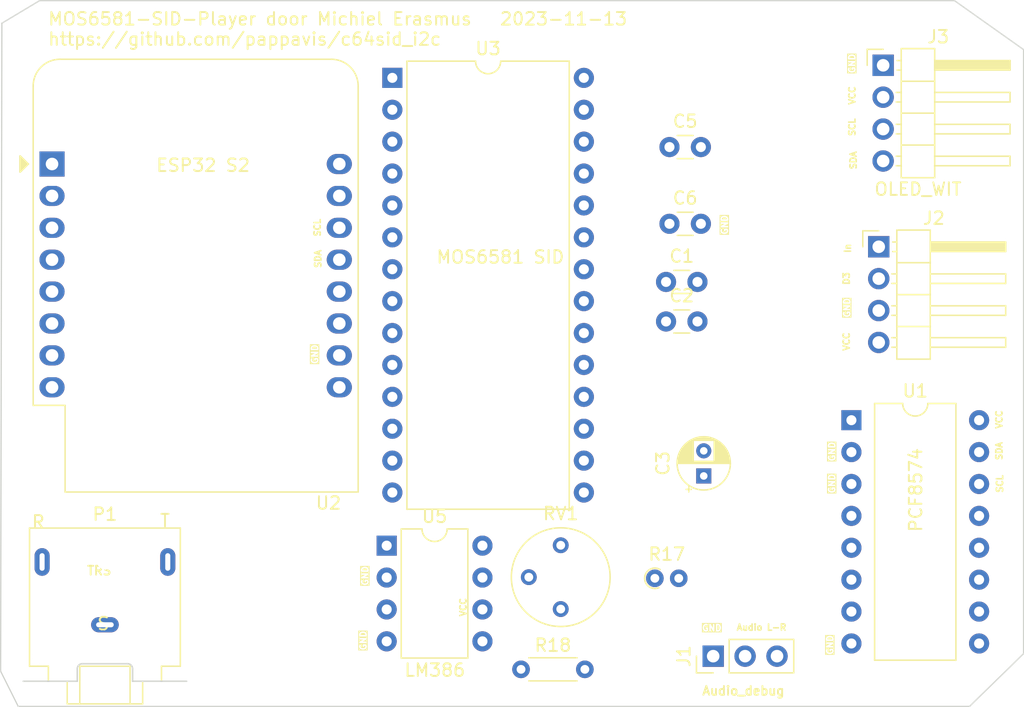
<source format=kicad_pcb>
(kicad_pcb (version 20221018) (generator pcbnew)
  (layers (0 "F.Cu" signal) (31 "B.Cu" signal) (34 "B.Paste" user) (35 "F.Paste" user) (36 "B.SilkS" user "B.Silkscreen") (37 "F.SilkS" user "F.Silkscreen") (38 "B.Mask" user) (39 "F.Mask" user) (44 "Edge.Cuts" user))
  (net 0 "")
  (net 1 "Net-(U3-OUT)")
  (net 2 "Net-(C5-Pad1)")
  (net 3 "GND")
  (net 4 "Audio")
  (net 5 "Net-(U5-+)")
  (net 7 "Net-(C3-Pad1)")
  (net 8 "VCC")
  (net 12 "/D0")
  (net 13 "Net-(U3-CAP1A)")
  (net 14 "Net-(U3-CAP2A)")
  (net 15 "Net-(U3-CAP1B)")
  (net 16 "Net-(U3-CAP2B)")
  (net 17 "/~{res}")
  (net 18 "/clk")
  (net 19 "/r~{w}")
  (net 20 "/~{cs}")
  (net 21 "/A_{0}")
  (net 22 "/A_{1}")
  (net 23 "/A_{2}")
  (net 24 "/A_{3}")
  (net 25 "/A_{4}")
  (net 27 "/D1")
  (net 28 "/D2")
  (net 29 "/D3")
  (net 30 "/D4")
  (net 31 "/D5")
  (net 32 "/D6")
  (net 33 "/D7")
  (net 37 "+12V")
  (net 38 "/RST")
  (net 39 "/In")
  (net 41 "/SDA")
  (net 42 "/SCL")
  (net 45 "Net-(P1-R)")
  (footprint "Package_DIP:DIP-28_W15.24mm" (layer "F.Cu") (at 116.97 56.25)
    (fp_text reference "U3" (at 7.62 -2.33) (layer "F.SilkS"))
    (fp_text value "MOS6581")
    (fp_line (start 1.16 -1.33) (end 1.16 34.35) (stroke (width 0.12)) (layer "F.SilkS"))
    (fp_line (start 1.16 34.35) (end 14.08 34.35) (stroke (width 0.12)) (layer "F.SilkS"))
    (fp_line (start 6.62 -1.33) (end 1.16 -1.33) (stroke (width 0.12)) (layer "F.SilkS"))
    (fp_line (start 14.08 -1.33) (end 8.62 -1.33) (stroke (width 0.12)) (layer "F.SilkS"))
    (fp_line (start 14.08 34.35) (end 14.08 -1.33) (stroke (width 0.12)) (layer "F.SilkS"))
    (fp_arc (start 8.62 -1.33) (mid 7.62 -0.33) (end 6.62 -1.33) (stroke (width 0.12)) (layer "F.SilkS"))
    (pad "1" thru_hole rect (at 0 0) (size 1.6 1.6) (drill 0.8) (layers "*.Cu" "*.Mask") (net 13 "Net-(U3-CAP1A)"))
    (pad "2" thru_hole oval (at 0 2.54) (size 1.6 1.6) (drill 0.8) (layers "*.Cu" "*.Mask") (net 14 "Net-(U3-CAP2A)"))
    (pad "3" thru_hole oval (at 0 5.08) (size 1.6 1.6) (drill 0.8) (layers "*.Cu" "*.Mask") (net 15 "Net-(U3-CAP1B)"))
    (pad "4" thru_hole oval (at 0 7.62) (size 1.6 1.6) (drill 0.8) (layers "*.Cu" "*.Mask") (net 16 "Net-(U3-CAP2B)"))
    (pad "5" thru_hole oval (at 0 10.16) (size 1.6 1.6) (drill 0.8) (layers "*.Cu" "*.Mask") (net 17 "/~{res}"))
    (pad "6" thru_hole oval (at 0 12.7) (size 1.6 1.6) (drill 0.8) (layers "*.Cu" "*.Mask") (net 18 "/clk"))
    (pad "7" thru_hole oval (at 0 15.24) (size 1.6 1.6) (drill 0.8) (layers "*.Cu" "*.Mask") (net 19 "/r~{w}"))
    (pad "8" thru_hole oval (at 0 17.78) (size 1.6 1.6) (drill 0.8) (layers "*.Cu" "*.Mask") (net 20 "/~{cs}"))
    (pad "9" thru_hole oval (at 0 20.32) (size 1.6 1.6) (drill 0.8) (layers "*.Cu" "*.Mask") (net 21 "/A_{0}"))
    (pad "10" thru_hole oval (at 0 22.86) (size 1.6 1.6) (drill 0.8) (layers "*.Cu" "*.Mask") (net 22 "/A_{1}"))
    (pad "11" thru_hole oval (at 0 25.4) (size 1.6 1.6) (drill 0.8) (layers "*.Cu" "*.Mask") (net 23 "/A_{2}"))
    (pad "12" thru_hole oval (at 0 27.94) (size 1.6 1.6) (drill 0.8) (layers "*.Cu" "*.Mask") (net 24 "/A_{3}"))
    (pad "13" thru_hole oval (at 0 30.48) (size 1.6 1.6) (drill 0.8) (layers "*.Cu" "*.Mask") (net 25 "/A_{4}"))
    (pad "14" thru_hole oval (at 0 33.02) (size 1.6 1.6) (drill 0.8) (layers "*.Cu" "*.Mask"))
    (pad "15" thru_hole oval (at 15.24 33.02) (size 1.6 1.6) (drill 0.8) (layers "*.Cu" "*.Mask") (net 12 "/D0"))
    (pad "16" thru_hole oval (at 15.24 30.48) (size 1.6 1.6) (drill 0.8) (layers "*.Cu" "*.Mask") (net 27 "/D1"))
    (pad "17" thru_hole oval (at 15.24 27.94) (size 1.6 1.6) (drill 0.8) (layers "*.Cu" "*.Mask") (net 28 "/D2"))
    (pad "18" thru_hole oval (at 15.24 25.4) (size 1.6 1.6) (drill 0.8) (layers "*.Cu" "*.Mask") (net 29 "/D3"))
    (pad "19" thru_hole oval (at 15.24 22.86) (size 1.6 1.6) (drill 0.8) (layers "*.Cu" "*.Mask") (net 30 "/D4"))
    (pad "20" thru_hole oval (at 15.24 20.32) (size 1.6 1.6) (drill 0.8) (layers "*.Cu" "*.Mask") (net 31 "/D5"))
    (pad "21" thru_hole oval (at 15.24 17.78) (size 1.6 1.6) (drill 0.8) (layers "*.Cu" "*.Mask") (net 32 "/D6"))
    (pad "22" thru_hole oval (at 15.24 15.24) (size 1.6 1.6) (drill 0.8) (layers "*.Cu" "*.Mask") (net 33 "/D7"))
    (pad "23" thru_hole oval (at 15.24 12.7) (size 1.6 1.6) (drill 0.8) (layers "*.Cu" "*.Mask"))
    (pad "24" thru_hole oval (at 15.24 10.16) (size 1.6 1.6) (drill 0.8) (layers "*.Cu" "*.Mask"))
    (pad "25" thru_hole oval (at 15.24 7.62) (size 1.6 1.6) (drill 0.8) (layers "*.Cu" "*.Mask") (net 8 "VCC"))
    (pad "26" thru_hole oval (at 15.24 5.08) (size 1.6 1.6) (drill 0.8) (layers "*.Cu" "*.Mask"))
    (pad "27" thru_hole oval (at 15.24 2.54) (size 1.6 1.6) (drill 0.8) (layers "*.Cu" "*.Mask") (net 1 "Net-(U3-OUT)"))
    (pad "28" thru_hole oval (at 15.24 0) (size 1.6 1.6) (drill 0.8) (layers "*.Cu" "*.Mask") (net 37 "+12V"))
  )
  (footprint "Capacitor_THT:C_Disc_D3.0mm_W1.6mm_P2.50mm" (layer "F.Cu") (at 139.022288 67.87)
    (fp_text reference "C6" (at 1.25 -2.05) (layer "F.SilkS"))
    (fp_text value "10n")
    (fp_line (start 0.621 -0.92) (end 1.879 -0.92) (stroke (width 0.12)) (layer "F.SilkS"))
    (fp_line (start 0.621 0.92) (end 1.879 0.92) (stroke (width 0.12)) (layer "F.SilkS"))
    (pad "1" thru_hole circle (at 0 0) (size 1.6 1.6) (drill 0.8) (layers "*.Cu" "*.Mask") (net 1 "Net-(U3-OUT)"))
    (pad "2" thru_hole circle (at 2.5 0) (size 1.6 1.6) (drill 0.8) (layers "*.Cu" "*.Mask") (net 3 "GND"))
  )
  (footprint "Connector_PinHeader_2.54mm:PinHeader_1x03_P2.54mm_Vertical" (layer "F.Cu") (at 142.5 102.3 90)
    (fp_text reference "J1" (at 0 -2.33 90) (layer "F.SilkS"))
    (fp_text value "audio_debug")
    (fp_line (start -1.33 -1.33) (end 0 -1.33) (stroke (width 0.12)) (layer "F.SilkS"))
    (fp_line (start -1.33 0) (end -1.33 -1.33) (stroke (width 0.12)) (layer "F.SilkS"))
    (fp_line (start -1.33 1.27) (end -1.33 6.41) (stroke (width 0.12)) (layer "F.SilkS"))
    (fp_line (start -1.33 1.27) (end 1.33 1.27) (stroke (width 0.12)) (layer "F.SilkS"))
    (fp_line (start -1.33 6.41) (end 1.33 6.41) (stroke (width 0.12)) (layer "F.SilkS"))
    (fp_line (start 1.33 1.27) (end 1.33 6.41) (stroke (width 0.12)) (layer "F.SilkS"))
    (pad "1" thru_hole rect (at 0 0 90) (size 1.7 1.7) (drill 1) (layers "*.Cu" "*.Mask") (net 3 "GND"))
    (pad "2" thru_hole oval (at 0 2.54 90) (size 1.7 1.7) (drill 1) (layers "*.Cu" "*.Mask") (net 4 "Audio"))
    (pad "3" thru_hole oval (at 0 5.08 90) (size 1.7 1.7) (drill 1) (layers "*.Cu" "*.Mask") (net 4 "Audio"))
  )
  (footprint "Resistor_THT:R_Axial_DIN0204_L3.6mm_D1.6mm_P1.90mm_Vertical" (layer "F.Cu") (at 137.86 96.1)
    (fp_text reference "R17" (at 0.95 -1.92) (layer "F.SilkS"))
    (fp_text value "1k")
    (fp_arc (start 0.320095 0.749359) (mid -0.813042 -0.054435) (end 0.417133 -0.7) (stroke (width 0.12)) (layer "F.SilkS"))
    (pad "1" thru_hole circle (at 0 0) (size 1.4 1.4) (drill 0.7) (layers "*.Cu" "*.Mask") (net 2 "Net-(C5-Pad1)"))
    (pad "2" thru_hole oval (at 1.9 0) (size 1.4 1.4) (drill 0.7) (layers "*.Cu" "*.Mask") (net 3 "GND"))
  )
  (footprint "Resistor_THT:R_Axial_DIN0204_L3.6mm_D1.6mm_P5.08mm_Horizontal" (layer "F.Cu") (at 127.21 103.35)
    (fp_text reference "R18" (at 2.54 -1.92) (layer "F.SilkS"))
    (fp_text value "1k")
    (fp_line (start 0.62 -0.92) (end 4.46 -0.92) (stroke (width 0.12)) (layer "F.SilkS"))
    (fp_line (start 0.62 0.92) (end 4.46 0.92) (stroke (width 0.12)) (layer "F.SilkS"))
    (pad "1" thru_hole circle (at 0 0) (size 1.4 1.4) (drill 0.7) (layers "*.Cu" "*.Mask") (net 1 "Net-(U3-OUT)"))
    (pad "2" thru_hole oval (at 5.08 0) (size 1.4 1.4) (drill 0.7) (layers "*.Cu" "*.Mask") (net 2 "Net-(C5-Pad1)"))
  )
  (footprint "Capacitor_THT:C_Disc_D3.0mm_W1.6mm_P2.50mm" (layer "F.Cu") (at 138.75 72.5)
    (fp_text reference "C1" (at 1.25 -2.05) (layer "F.SilkS"))
    (fp_text value "2n2")
    (fp_line (start 0.621 -0.92) (end 1.879 -0.92) (stroke (width 0.12)) (layer "F.SilkS"))
    (fp_line (start 0.621 0.92) (end 1.879 0.92) (stroke (width 0.12)) (layer "F.SilkS"))
    (pad "1" thru_hole circle (at 0 0) (size 1.6 1.6) (drill 0.8) (layers "*.Cu" "*.Mask") (net 14 "Net-(U3-CAP2A)"))
    (pad "2" thru_hole circle (at 2.5 0) (size 1.6 1.6) (drill 0.8) (layers "*.Cu" "*.Mask") (net 13 "Net-(U3-CAP1A)"))
  )
  (footprint "Package_DIP:DIP-8_W7.62mm" (layer "F.Cu") (at 116.52 93.5)
    (fp_text reference "U5" (at 3.81 -2.33) (layer "F.SilkS"))
    (fp_text value "LM386")
    (fp_line (start 1.16 -1.33) (end 1.16 8.95) (stroke (width 0.12)) (layer "F.SilkS"))
    (fp_line (start 1.16 8.95) (end 6.46 8.95) (stroke (width 0.12)) (layer "F.SilkS"))
    (fp_line (start 2.81 -1.33) (end 1.16 -1.33) (stroke (width 0.12)) (layer "F.SilkS"))
    (fp_line (start 6.46 -1.33) (end 4.81 -1.33) (stroke (width 0.12)) (layer "F.SilkS"))
    (fp_line (start 6.46 8.95) (end 6.46 -1.33) (stroke (width 0.12)) (layer "F.SilkS"))
    (fp_arc (start 4.81 -1.33) (mid 3.81 -0.33) (end 2.81 -1.33) (stroke (width 0.12)) (layer "F.SilkS"))
    (pad "1" thru_hole rect (at 0 0) (size 1.6 1.6) (drill 0.8) (layers "*.Cu" "*.Mask"))
    (pad "2" thru_hole oval (at 0 2.54) (size 1.6 1.6) (drill 0.8) (layers "*.Cu" "*.Mask") (net 3 "GND"))
    (pad "3" thru_hole oval (at 0 5.08) (size 1.6 1.6) (drill 0.8) (layers "*.Cu" "*.Mask") (net 5 "Net-(U5-+)"))
    (pad "4" thru_hole oval (at 0 7.62) (size 1.6 1.6) (drill 0.8) (layers "*.Cu" "*.Mask") (net 3 "GND"))
    (pad "5" thru_hole oval (at 7.62 7.62) (size 1.6 1.6) (drill 0.8) (layers "*.Cu" "*.Mask") (net 7 "Net-(C3-Pad1)"))
    (pad "6" thru_hole oval (at 7.62 5.08) (size 1.6 1.6) (drill 0.8) (layers "*.Cu" "*.Mask") (net 8 "VCC"))
    (pad "7" thru_hole oval (at 7.62 2.54) (size 1.6 1.6) (drill 0.8) (layers "*.Cu" "*.Mask"))
    (pad "8" thru_hole oval (at 7.62 0) (size 1.6 1.6) (drill 0.8) (layers "*.Cu" "*.Mask"))
  )
  (footprint "Connector_PinHeader_2.54mm:PinHeader_1x04_P2.54mm_Horizontal" (layer "F.Cu") (at 156.025 55.25)
    (fp_text reference "J3" (at 4.385 -2.27) (layer "F.SilkS"))
    (fp_text value "OLED_wit")
    (fp_line (start -1.27 -1.27) (end 0 -1.27) (stroke (width 0.12)) (layer "F.SilkS"))
    (fp_line (start -1.27 0) (end -1.27 -1.27) (stroke (width 0.12)) (layer "F.SilkS"))
    (fp_line (start 1.042929 2.16) (end 1.44 2.16) (stroke (width 0.12)) (layer "F.SilkS"))
    (fp_line (start 1.042929 2.92) (end 1.44 2.92) (stroke (width 0.12)) (layer "F.SilkS"))
    (fp_line (start 1.042929 4.7) (end 1.44 4.7) (stroke (width 0.12)) (layer "F.SilkS"))
    (fp_line (start 1.042929 5.46) (end 1.44 5.46) (stroke (width 0.12)) (layer "F.SilkS"))
    (fp_line (start 1.042929 7.24) (end 1.44 7.24) (stroke (width 0.12)) (layer "F.SilkS"))
    (fp_line (start 1.042929 8) (end 1.44 8) (stroke (width 0.12)) (layer "F.SilkS"))
    (fp_line (start 1.11 -0.38) (end 1.44 -0.38) (stroke (width 0.12)) (layer "F.SilkS"))
    (fp_line (start 1.11 0.38) (end 1.44 0.38) (stroke (width 0.12)) (layer "F.SilkS"))
    (fp_line (start 1.44 -1.33) (end 1.44 8.95) (stroke (width 0.12)) (layer "F.SilkS"))
    (fp_line (start 1.44 1.27) (end 4.1 1.27) (stroke (width 0.12)) (layer "F.SilkS"))
    (fp_line (start 1.44 3.81) (end 4.1 3.81) (stroke (width 0.12)) (layer "F.SilkS"))
    (fp_line (start 1.44 6.35) (end 4.1 6.35) (stroke (width 0.12)) (layer "F.SilkS"))
    (fp_line (start 1.44 8.95) (end 4.1 8.95) (stroke (width 0.12)) (layer "F.SilkS"))
    (fp_line (start 4.1 -1.33) (end 1.44 -1.33) (stroke (width 0.12)) (layer "F.SilkS"))
    (fp_line (start 4.1 -0.38) (end 10.1 -0.38) (stroke (width 0.12)) (layer "F.SilkS"))
    (fp_line (start 4.1 -0.32) (end 10.1 -0.32) (stroke (width 0.12)) (layer "F.SilkS"))
    (fp_line (start 4.1 -0.2) (end 10.1 -0.2) (stroke (width 0.12)) (layer "F.SilkS"))
    (fp_line (start 4.1 -0.08) (end 10.1 -0.08) (stroke (width 0.12)) (layer "F.SilkS"))
    (fp_line (start 4.1 0.04) (end 10.1 0.04) (stroke (width 0.12)) (layer "F.SilkS"))
    (fp_line (start 4.1 0.16) (end 10.1 0.16) (stroke (width 0.12)) (layer "F.SilkS"))
    (fp_line (start 4.1 0.28) (end 10.1 0.28) (stroke (width 0.12)) (layer "F.SilkS"))
    (fp_line (start 4.1 2.16) (end 10.1 2.16) (stroke (width 0.12)) (layer "F.SilkS"))
    (fp_line (start 4.1 4.7) (end 10.1 4.7) (stroke (width 0.12)) (layer "F.SilkS"))
    (fp_line (start 4.1 7.24) (end 10.1 7.24) (stroke (width 0.12)) (layer "F.SilkS"))
    (fp_line (start 4.1 8.95) (end 4.1 -1.33) (stroke (width 0.12)) (layer "F.SilkS"))
    (fp_line (start 10.1 -0.38) (end 10.1 0.38) (stroke (width 0.12)) (layer "F.SilkS"))
    (fp_line (start 10.1 0.38) (end 4.1 0.38) (stroke (width 0.12)) (layer "F.SilkS"))
    (fp_line (start 10.1 2.16) (end 10.1 2.92) (stroke (width 0.12)) (layer "F.SilkS"))
    (fp_line (start 10.1 2.92) (end 4.1 2.92) (stroke (width 0.12)) (layer "F.SilkS"))
    (fp_line (start 10.1 4.7) (end 10.1 5.46) (stroke (width 0.12)) (layer "F.SilkS"))
    (fp_line (start 10.1 5.46) (end 4.1 5.46) (stroke (width 0.12)) (layer "F.SilkS"))
    (fp_line (start 10.1 7.24) (end 10.1 8) (stroke (width 0.12)) (layer "F.SilkS"))
    (fp_line (start 10.1 8) (end 4.1 8) (stroke (width 0.12)) (layer "F.SilkS"))
    (pad "1" thru_hole rect (at 0 0) (size 1.7 1.7) (drill 1) (layers "*.Cu" "*.Mask") (net 3 "GND"))
    (pad "2" thru_hole oval (at 0 2.54) (size 1.7 1.7) (drill 1) (layers "*.Cu" "*.Mask") (net 8 "VCC"))
    (pad "3" thru_hole oval (at 0 5.08) (size 1.7 1.7) (drill 1) (layers "*.Cu" "*.Mask") (net 42 "/SCL"))
    (pad "4" thru_hole oval (at 0 7.62) (size 1.7 1.7) (drill 1) (layers "*.Cu" "*.Mask") (net 41 "/SDA"))
  )
  (footprint "Package_DIP:DIP-16_W10.16mm" (layer "F.Cu") (at 153.5 83.51)
    (fp_text reference "U1" (at 5.08 -2.33) (layer "F.SilkS"))
    (fp_text value "PCF8574A")
    (fp_line (start 1.845 -1.33) (end 1.845 19.11) (stroke (width 0.12)) (layer "F.SilkS"))
    (fp_line (start 1.845 19.11) (end 8.315 19.11) (stroke (width 0.12)) (layer "F.SilkS"))
    (fp_line (start 4.08 -1.33) (end 1.845 -1.33) (stroke (width 0.12)) (layer "F.SilkS"))
    (fp_line (start 8.315 -1.33) (end 6.08 -1.33) (stroke (width 0.12)) (layer "F.SilkS"))
    (fp_line (start 8.315 19.11) (end 8.315 -1.33) (stroke (width 0.12)) (layer "F.SilkS"))
    (fp_arc (start 6.08 -1.33) (mid 5.08 -0.33) (end 4.08 -1.33) (stroke (width 0.12)) (layer "F.SilkS"))
    (pad "1" thru_hole rect (at 0 0) (size 1.6 1.6) (drill 0.8) (layers "*.Cu" "*.Mask"))
    (pad "2" thru_hole oval (at 0 2.54) (size 1.6 1.6) (drill 0.8) (layers "*.Cu" "*.Mask") (net 3 "GND"))
    (pad "3" thru_hole oval (at 0 5.08) (size 1.6 1.6) (drill 0.8) (layers "*.Cu" "*.Mask") (net 3 "GND"))
    (pad "4" thru_hole oval (at 0 7.62) (size 1.6 1.6) (drill 0.8) (layers "*.Cu" "*.Mask") (net 12 "/D0"))
    (pad "5" thru_hole oval (at 0 10.16) (size 1.6 1.6) (drill 0.8) (layers "*.Cu" "*.Mask") (net 27 "/D1"))
    (pad "6" thru_hole oval (at 0 12.7) (size 1.6 1.6) (drill 0.8) (layers "*.Cu" "*.Mask") (net 28 "/D2"))
    (pad "7" thru_hole oval (at 0 15.24) (size 1.6 1.6) (drill 0.8) (layers "*.Cu" "*.Mask") (net 29 "/D3"))
    (pad "8" thru_hole oval (at 0 17.78) (size 1.6 1.6) (drill 0.8) (layers "*.Cu" "*.Mask") (net 3 "GND"))
    (pad "9" thru_hole oval (at 10.16 17.78) (size 1.6 1.6) (drill 0.8) (layers "*.Cu" "*.Mask") (net 30 "/D4"))
    (pad "10" thru_hole oval (at 10.16 15.24) (size 1.6 1.6) (drill 0.8) (layers "*.Cu" "*.Mask") (net 31 "/D5"))
    (pad "11" thru_hole oval (at 10.16 12.7) (size 1.6 1.6) (drill 0.8) (layers "*.Cu" "*.Mask") (net 32 "/D6"))
    (pad "12" thru_hole oval (at 10.16 10.16) (size 1.6 1.6) (drill 0.8) (layers "*.Cu" "*.Mask") (net 33 "/D7"))
    (pad "13" thru_hole oval (at 10.16 7.62) (size 1.6 1.6) (drill 0.8) (layers "*.Cu" "*.Mask"))
    (pad "14" thru_hole oval (at 10.16 5.08) (size 1.6 1.6) (drill 0.8) (layers "*.Cu" "*.Mask") (net 42 "/SCL"))
    (pad "15" thru_hole oval (at 10.16 2.54) (size 1.6 1.6) (drill 0.8) (layers "*.Cu" "*.Mask") (net 41 "/SDA"))
    (pad "16" thru_hole oval (at 10.16 0) (size 1.6 1.6) (drill 0.8) (layers "*.Cu" "*.Mask") (net 8 "VCC"))
  )
  (footprint "Connector_Audio:Jack_3.5mm_CUI_SJ1-3523N_Horizontal" (layer "F.Cu") (at 94.1 99.8)
    (fp_text reference "P1" (at 0 -8.8) (layer "F.SilkS"))
    (fp_text value "TRS_JACK")
    (fp_line (start -6 -7.7) (end 6 -7.7) (stroke (width 0.12)) (layer "F.SilkS"))
    (fp_line (start -6 3.3) (end -6 -7.7) (stroke (width 0.12)) (layer "F.SilkS"))
    (fp_line (start -4.5 3.3) (end -6 3.3) (stroke (width 0.12)) (layer "F.SilkS"))
    (fp_line (start -4.5 4.5) (end -4.5 3.3) (stroke (width 0.12)) (layer "F.SilkS"))
    (fp_line (start -3 4.5) (end -4.5 4.5) (stroke (width 0.12)) (layer "F.SilkS"))
    (fp_line (start -3 6.3) (end -3 4.5) (stroke (width 0.12)) (layer "F.SilkS"))
    (fp_line (start -2 3.3) (end -2 6.3) (stroke (width 0.12)) (layer "F.SilkS"))
    (fp_line (start 2 3.3) (end -2 3.3) (stroke (width 0.12)) (layer "F.SilkS"))
    (fp_line (start 2 6.3) (end 2 3.3) (stroke (width 0.12)) (layer "F.SilkS"))
    (fp_line (start 3 4.5) (end 3 6.3) (stroke (width 0.12)) (layer "F.SilkS"))
    (fp_line (start 3 6.3) (end -3 6.3) (stroke (width 0.12)) (layer "F.SilkS"))
    (fp_line (start 4.5 3.3) (end 4.5 4.5) (stroke (width 0.12)) (layer "F.SilkS"))
    (fp_line (start 4.5 4.5) (end 3 4.5) (stroke (width 0.12)) (layer "F.SilkS"))
    (fp_line (start 6 -7.7) (end 6 3.3) (stroke (width 0.12)) (layer "F.SilkS"))
    (fp_line (start 6 3.3) (end 4.5 3.3) (stroke (width 0.12)) (layer "F.SilkS"))
    (fp_line (start -2.2 3.5) (end -2.2 4.5) (stroke (width 0.12)) (layer "Edge.Cuts"))
    (fp_line (start -2.2 4.5) (end -6.5 4.5) (stroke (width 0.12)) (layer "Edge.Cuts"))
    (fp_line (start 1.8 3.1) (end -1.8 3.1) (stroke (width 0.12)) (layer "Edge.Cuts"))
    (fp_line (start 2.2 3.5) (end 2.2 4.5) (stroke (width 0.12)) (layer "Edge.Cuts"))
    (fp_line (start 2.2 4.5) (end 6.5 4.5) (stroke (width 0.12)) (layer "Edge.Cuts"))
    (fp_arc (start -2.2 3.5) (mid -2.082842 3.217158) (end -1.8 3.1) (stroke (width 0.12)) (layer "Edge.Cuts"))
    (fp_arc (start 1.8 3.1) (mid 2.082843 3.217157) (end 2.2 3.5) (stroke (width 0.12)) (layer "Edge.Cuts"))
    (pad "" np_thru_hole circle (at -5 0) (size 1.2 1.2) (drill 1.2) (layers "*.Cu"))
    (pad "" np_thru_hole circle (at -5 2.5) (size 1.2 1.2) (drill 1.2) (layers "*.Cu"))
    (pad "" np_thru_hole circle (at 0 -5) (size 1.2 1.2) (drill 1.2) (layers "*.Cu"))
    (pad "" np_thru_hole circle (at 5 0) (size 1.2 1.2) (drill 1.2) (layers "*.Cu"))
    (pad "" np_thru_hole circle (at 5 2.5) (size 1.2 1.2) (drill 1.2) (layers "*.Cu"))
    (pad "R" thru_hole oval (at -5 -5) (size 1.2 2.2) (drill oval 0.4 1.4) (layers "*.Cu" "*.Mask"))
    (pad "S" thru_hole oval (at 0 0) (size 2.2 1.2) (drill oval 1.4 0.4) (layers "*.Cu" "*.Mask"))
    (pad "T" thru_hole oval (at 5 -5 180) (size 1.2 2.2) (drill oval 0.4 1.4) (layers "*.Cu" "*.Mask"))
  )
  (footprint "Capacitor_THT:CP_Radial_D4.0mm_P2.00mm" (layer "F.Cu") (at 141.75 87.95 90)
    (fp_text reference "C3" (at 1 -3.25 90) (layer "F.SilkS"))
    (fp_text value "250uF")
    (fp_line (start -1.269801 -1.195) (end -0.869801 -1.195) (stroke (width 0.12)) (layer "F.SilkS"))
    (fp_line (start -1.069801 -1.395) (end -1.069801 -0.995) (stroke (width 0.12)) (layer "F.SilkS"))
    (fp_line (start 1 -2.08) (end 1 2.08) (stroke (width 0.12)) (layer "F.SilkS"))
    (fp_line (start 1.04 -2.08) (end 1.04 2.08) (stroke (width 0.12)) (layer "F.SilkS"))
    (fp_line (start 1.08 -2.079) (end 1.08 2.079) (stroke (width 0.12)) (layer "F.SilkS"))
    (fp_line (start 1.12 -2.077) (end 1.12 2.077) (stroke (width 0.12)) (layer "F.SilkS"))
    (fp_line (start 1.16 -2.074) (end 1.16 2.074) (stroke (width 0.12)) (layer "F.SilkS"))
    (fp_line (start 1.2 -2.071) (end 1.2 -0.84) (stroke (width 0.12)) (layer "F.SilkS"))
    (fp_line (start 1.2 0.84) (end 1.2 2.071) (stroke (width 0.12)) (layer "F.SilkS"))
    (fp_line (start 1.24 -2.067) (end 1.24 -0.84) (stroke (width 0.12)) (layer "F.SilkS"))
    (fp_line (start 1.24 0.84) (end 1.24 2.067) (stroke (width 0.12)) (layer "F.SilkS"))
    (fp_line (start 1.28 -2.062) (end 1.28 -0.84) (stroke (width 0.12)) (layer "F.SilkS"))
    (fp_line (start 1.28 0.84) (end 1.28 2.062) (stroke (width 0.12)) (layer "F.SilkS"))
    (fp_line (start 1.32 -2.056) (end 1.32 -0.84) (stroke (width 0.12)) (layer "F.SilkS"))
    (fp_line (start 1.32 0.84) (end 1.32 2.056) (stroke (width 0.12)) (layer "F.SilkS"))
    (fp_line (start 1.36 -2.05) (end 1.36 -0.84) (stroke (width 0.12)) (layer "F.SilkS"))
    (fp_line (start 1.36 0.84) (end 1.36 2.05) (stroke (width 0.12)) (layer "F.SilkS"))
    (fp_line (start 1.4 -2.042) (end 1.4 -0.84) (stroke (width 0.12)) (layer "F.SilkS"))
    (fp_line (start 1.4 0.84) (end 1.4 2.042) (stroke (width 0.12)) (layer "F.SilkS"))
    (fp_line (start 1.44 -2.034) (end 1.44 -0.84) (stroke (width 0.12)) (layer "F.SilkS"))
    (fp_line (start 1.44 0.84) (end 1.44 2.034) (stroke (width 0.12)) (layer "F.SilkS"))
    (fp_line (start 1.48 -2.025) (end 1.48 -0.84) (stroke (width 0.12)) (layer "F.SilkS"))
    (fp_line (start 1.48 0.84) (end 1.48 2.025) (stroke (width 0.12)) (layer "F.SilkS"))
    (fp_line (start 1.52 -2.016) (end 1.52 -0.84) (stroke (width 0.12)) (layer "F.SilkS"))
    (fp_line (start 1.52 0.84) (end 1.52 2.016) (stroke (width 0.12)) (layer "F.SilkS"))
    (fp_line (start 1.56 -2.005) (end 1.56 -0.84) (stroke (width 0.12)) (layer "F.SilkS"))
    (fp_line (start 1.56 0.84) (end 1.56 2.005) (stroke (width 0.12)) (layer "F.SilkS"))
    (fp_line (start 1.6 -1.994) (end 1.6 -0.84) (stroke (width 0.12)) (layer "F.SilkS"))
    (fp_line (start 1.6 0.84) (end 1.6 1.994) (stroke (width 0.12)) (layer "F.SilkS"))
    (fp_line (start 1.64 -1.982) (end 1.64 -0.84) (stroke (width 0.12)) (layer "F.SilkS"))
    (fp_line (start 1.64 0.84) (end 1.64 1.982) (stroke (width 0.12)) (layer "F.SilkS"))
    (fp_line (start 1.68 -1.968) (end 1.68 -0.84) (stroke (width 0.12)) (layer "F.SilkS"))
    (fp_line (start 1.68 0.84) (end 1.68 1.968) (stroke (width 0.12)) (layer "F.SilkS"))
    (fp_line (start 1.721 -1.954) (end 1.721 -0.84) (stroke (width 0.12)) (layer "F.SilkS"))
    (fp_line (start 1.721 0.84) (end 1.721 1.954) (stroke (width 0.12)) (layer "F.SilkS"))
    (fp_line (start 1.761 -1.94) (end 1.761 -0.84) (stroke (width 0.12)) (layer "F.SilkS"))
    (fp_line (start 1.761 0.84) (end 1.761 1.94) (stroke (width 0.12)) (layer "F.SilkS"))
    (fp_line (start 1.801 -1.924) (end 1.801 -0.84) (stroke (width 0.12)) (layer "F.SilkS"))
    (fp_line (start 1.801 0.84) (end 1.801 1.924) (stroke (width 0.12)) (layer "F.SilkS"))
    (fp_line (start 1.841 -1.907) (end 1.841 -0.84) (stroke (width 0.12)) (layer "F.SilkS"))
    (fp_line (start 1.841 0.84) (end 1.841 1.907) (stroke (width 0.12)) (layer "F.SilkS"))
    (fp_line (start 1.881 -1.889) (end 1.881 -0.84) (stroke (width 0.12)) (layer "F.SilkS"))
    (fp_line (start 1.881 0.84) (end 1.881 1.889) (stroke (width 0.12)) (layer "F.SilkS"))
    (fp_line (start 1.921 -1.87) (end 1.921 -0.84) (stroke (width 0.12)) (layer "F.SilkS"))
    (fp_line (start 1.921 0.84) (end 1.921 1.87) (stroke (width 0.12)) (layer "F.SilkS"))
    (fp_line (start 1.961 -1.851) (end 1.961 -0.84) (stroke (width 0.12)) (layer "F.SilkS"))
    (fp_line (start 1.961 0.84) (end 1.961 1.851) (stroke (width 0.12)) (layer "F.SilkS"))
    (fp_line (start 2.001 -1.83) (end 2.001 -0.84) (stroke (width 0.12)) (layer "F.SilkS"))
    (fp_line (start 2.001 0.84) (end 2.001 1.83) (stroke (width 0.12)) (layer "F.SilkS"))
    (fp_line (start 2.041 -1.808) (end 2.041 -0.84) (stroke (width 0.12)) (layer "F.SilkS"))
    (fp_line (start 2.041 0.84) (end 2.041 1.808) (stroke (width 0.12)) (layer "F.SilkS"))
    (fp_line (start 2.081 -1.785) (end 2.081 -0.84) (stroke (width 0.12)) (layer "F.SilkS"))
    (fp_line (start 2.081 0.84) (end 2.081 1.785) (stroke (width 0.12)) (layer "F.SilkS"))
    (fp_line (start 2.121 -1.76) (end 2.121 -0.84) (stroke (width 0.12)) (layer "F.SilkS"))
    (fp_line (start 2.121 0.84) (end 2.121 1.76) (stroke (width 0.12)) (layer "F.SilkS"))
    (fp_line (start 2.161 -1.735) (end 2.161 -0.84) (stroke (width 0.12)) (layer "F.SilkS"))
    (fp_line (start 2.161 0.84) (end 2.161 1.735) (stroke (width 0.12)) (layer "F.SilkS"))
    (fp_line (start 2.201 -1.708) (end 2.201 -0.84) (stroke (width 0.12)) (layer "F.SilkS"))
    (fp_line (start 2.201 0.84) (end 2.201 1.708) (stroke (width 0.12)) (layer "F.SilkS"))
    (fp_line (start 2.241 -1.68) (end 2.241 -0.84) (stroke (width 0.12)) (layer "F.SilkS"))
    (fp_line (start 2.241 0.84) (end 2.241 1.68) (stroke (width 0.12)) (layer "F.SilkS"))
    (fp_line (start 2.281 -1.65) (end 2.281 -0.84) (stroke (width 0.12)) (layer "F.SilkS"))
    (fp_line (start 2.281 0.84) (end 2.281 1.65) (stroke (width 0.12)) (layer "F.SilkS"))
    (fp_line (start 2.321 -1.619) (end 2.321 -0.84) (stroke (width 0.12)) (layer "F.SilkS"))
    (fp_line (start 2.321 0.84) (end 2.321 1.619) (stroke (width 0.12)) (layer "F.SilkS"))
    (fp_line (start 2.361 -1.587) (end 2.361 -0.84) (stroke (width 0.12)) (layer "F.SilkS"))
    (fp_line (start 2.361 0.84) (end 2.361 1.587) (stroke (width 0.12)) (layer "F.SilkS"))
    (fp_line (start 2.401 -1.552) (end 2.401 -0.84) (stroke (width 0.12)) (layer "F.SilkS"))
    (fp_line (start 2.401 0.84) (end 2.401 1.552) (stroke (width 0.12)) (layer "F.SilkS"))
    (fp_line (start 2.441 -1.516) (end 2.441 -0.84) (stroke (width 0.12)) (layer "F.SilkS"))
    (fp_line (start 2.441 0.84) (end 2.441 1.516) (stroke (width 0.12)) (layer "F.SilkS"))
    (fp_line (start 2.481 -1.478) (end 2.481 -0.84) (stroke (width 0.12)) (layer "F.SilkS"))
    (fp_line (start 2.481 0.84) (end 2.481 1.478) (stroke (width 0.12)) (layer "F.SilkS"))
    (fp_line (start 2.521 -1.438) (end 2.521 -0.84) (stroke (width 0.12)) (layer "F.SilkS"))
    (fp_line (start 2.521 0.84) (end 2.521 1.438) (stroke (width 0.12)) (layer "F.SilkS"))
    (fp_line (start 2.561 -1.396) (end 2.561 -0.84) (stroke (width 0.12)) (layer "F.SilkS"))
    (fp_line (start 2.561 0.84) (end 2.561 1.396) (stroke (width 0.12)) (layer "F.SilkS"))
    (fp_line (start 2.601 -1.351) (end 2.601 -0.84) (stroke (width 0.12)) (layer "F.SilkS"))
    (fp_line (start 2.601 0.84) (end 2.601 1.351) (stroke (width 0.12)) (layer "F.SilkS"))
    (fp_line (start 2.641 -1.304) (end 2.641 -0.84) (stroke (width 0.12)) (layer "F.SilkS"))
    (fp_line (start 2.641 0.84) (end 2.641 1.304) (stroke (width 0.12)) (layer "F.SilkS"))
    (fp_line (start 2.681 -1.254) (end 2.681 -0.84) (stroke (width 0.12)) (layer "F.SilkS"))
    (fp_line (start 2.681 0.84) (end 2.681 1.254) (stroke (width 0.12)) (layer "F.SilkS"))
    (fp_line (start 2.721 -1.2) (end 2.721 -0.84) (stroke (width 0.12)) (layer "F.SilkS"))
    (fp_line (start 2.721 0.84) (end 2.721 1.2) (stroke (width 0.12)) (layer "F.SilkS"))
    (fp_line (start 2.761 -1.142) (end 2.761 -0.84) (stroke (width 0.12)) (layer "F.SilkS"))
    (fp_line (start 2.761 0.84) (end 2.761 1.142) (stroke (width 0.12)) (layer "F.SilkS"))
    (fp_line (start 2.801 -1.08) (end 2.801 -0.84) (stroke (width 0.12)) (layer "F.SilkS"))
    (fp_line (start 2.801 0.84) (end 2.801 1.08) (stroke (width 0.12)) (layer "F.SilkS"))
    (fp_line (start 2.841 -1.013) (end 2.841 1.013) (stroke (width 0.12)) (layer "F.SilkS"))
    (fp_line (start 2.881 -0.94) (end 2.881 0.94) (stroke (width 0.12)) (layer "F.SilkS"))
    (fp_line (start 2.921 -0.859) (end 2.921 0.859) (stroke (width 0.12)) (layer "F.SilkS"))
    (fp_line (start 2.961 -0.768) (end 2.961 0.768) (stroke (width 0.12)) (layer "F.SilkS"))
    (fp_line (start 3.001 -0.664) (end 3.001 0.664) (stroke (width 0.12)) (layer "F.SilkS"))
    (fp_line (start 3.041 -0.537) (end 3.041 0.537) (stroke (width 0.12)) (layer "F.SilkS"))
    (fp_line (start 3.081 -0.37) (end 3.081 0.37) (stroke (width 0.12)) (layer "F.SilkS"))
    (fp_circle (center 1 0) (end 3.12 0) (stroke (width 0.12)) (fill none) (layer "F.SilkS"))
    (pad "1" thru_hole rect (at 0 0 90) (size 1.2 1.2) (drill 0.6) (layers "*.Cu" "*.Mask") (net 7 "Net-(C3-Pad1)"))
    (pad "2" thru_hole circle (at 2 0 90) (size 1.2 1.2) (drill 0.6) (layers "*.Cu" "*.Mask") (net 45 "Net-(P1-R)"))
  )
  (footprint "Capacitor_THT:C_Disc_D3.0mm_W1.6mm_P2.50mm" (layer "F.Cu") (at 138.75 75.65)
    (fp_text reference "C2" (at 1.25 -2.05) (layer "F.SilkS"))
    (fp_text value "2n2")
    (fp_line (start 0.621 -0.92) (end 1.879 -0.92) (stroke (width 0.12)) (layer "F.SilkS"))
    (fp_line (start 0.621 0.92) (end 1.879 0.92) (stroke (width 0.12)) (layer "F.SilkS"))
    (pad "1" thru_hole circle (at 0 0) (size 1.6 1.6) (drill 0.8) (layers "*.Cu" "*.Mask") (net 15 "Net-(U3-CAP1B)"))
    (pad "2" thru_hole circle (at 2.5 0) (size 1.6 1.6) (drill 0.8) (layers "*.Cu" "*.Mask") (net 16 "Net-(U3-CAP2B)"))
  )
  (footprint "Potentiometer_THT:Potentiometer_Bourns_3339P_Vertical" (layer "F.Cu") (at 130.37 98.55)
    (fp_text reference "RV1" (at 0 -7.6) (layer "F.SilkS"))
    (fp_text value "Pot_10k")
    (fp_circle (center 0 -2.54) (end 3.93 -2.54) (stroke (width 0.12)) (fill none) (layer "F.SilkS"))
    (pad "1" thru_hole circle (at 0 0) (size 1.26 1.26) (drill 0.7) (layers "*.Cu" "*.Mask") (net 4 "Audio"))
    (pad "2" thru_hole circle (at -2.54 -2.54) (size 1.26 1.26) (drill 0.7) (layers "*.Cu" "*.Mask") (net 5 "Net-(U5-+)"))
    (pad "3" thru_hole circle (at 0 -5.08) (size 1.26 1.26) (drill 0.7) (layers "*.Cu" "*.Mask") (net 3 "GND"))
  )
  (footprint "Connector_PinHeader_2.54mm:PinHeader_1x04_P2.54mm_Horizontal" (layer "F.Cu") (at 155.675 69.7)
    (fp_text reference "J2" (at 4.385 -2.27) (layer "F.SilkS"))
    (fp_text value "debug")
    (fp_line (start -1.27 -1.27) (end 0 -1.27) (stroke (width 0.12)) (layer "F.SilkS"))
    (fp_line (start -1.27 0) (end -1.27 -1.27) (stroke (width 0.12)) (layer "F.SilkS"))
    (fp_line (start 1.042929 2.16) (end 1.44 2.16) (stroke (width 0.12)) (layer "F.SilkS"))
    (fp_line (start 1.042929 2.92) (end 1.44 2.92) (stroke (width 0.12)) (layer "F.SilkS"))
    (fp_line (start 1.042929 4.7) (end 1.44 4.7) (stroke (width 0.12)) (layer "F.SilkS"))
    (fp_line (start 1.042929 5.46) (end 1.44 5.46) (stroke (width 0.12)) (layer "F.SilkS"))
    (fp_line (start 1.042929 7.24) (end 1.44 7.24) (stroke (width 0.12)) (layer "F.SilkS"))
    (fp_line (start 1.042929 8) (end 1.44 8) (stroke (width 0.12)) (layer "F.SilkS"))
    (fp_line (start 1.11 -0.38) (end 1.44 -0.38) (stroke (width 0.12)) (layer "F.SilkS"))
    (fp_line (start 1.11 0.38) (end 1.44 0.38) (stroke (width 0.12)) (layer "F.SilkS"))
    (fp_line (start 1.44 -1.33) (end 1.44 8.95) (stroke (width 0.12)) (layer "F.SilkS"))
    (fp_line (start 1.44 1.27) (end 4.1 1.27) (stroke (width 0.12)) (layer "F.SilkS"))
    (fp_line (start 1.44 3.81) (end 4.1 3.81) (stroke (width 0.12)) (layer "F.SilkS"))
    (fp_line (start 1.44 6.35) (end 4.1 6.35) (stroke (width 0.12)) (layer "F.SilkS"))
    (fp_line (start 1.44 8.95) (end 4.1 8.95) (stroke (width 0.12)) (layer "F.SilkS"))
    (fp_line (start 4.1 -1.33) (end 1.44 -1.33) (stroke (width 0.12)) (layer "F.SilkS"))
    (fp_line (start 4.1 -0.38) (end 10.1 -0.38) (stroke (width 0.12)) (layer "F.SilkS"))
    (fp_line (start 4.1 -0.32) (end 10.1 -0.32) (stroke (width 0.12)) (layer "F.SilkS"))
    (fp_line (start 4.1 -0.2) (end 10.1 -0.2) (stroke (width 0.12)) (layer "F.SilkS"))
    (fp_line (start 4.1 -0.08) (end 10.1 -0.08) (stroke (width 0.12)) (layer "F.SilkS"))
    (fp_line (start 4.1 0.04) (end 10.1 0.04) (stroke (width 0.12)) (layer "F.SilkS"))
    (fp_line (start 4.1 0.16) (end 10.1 0.16) (stroke (width 0.12)) (layer "F.SilkS"))
    (fp_line (start 4.1 0.28) (end 10.1 0.28) (stroke (width 0.12)) (layer "F.SilkS"))
    (fp_line (start 4.1 2.16) (end 10.1 2.16) (stroke (width 0.12)) (layer "F.SilkS"))
    (fp_line (start 4.1 4.7) (end 10.1 4.7) (stroke (width 0.12)) (layer "F.SilkS"))
    (fp_line (start 4.1 7.24) (end 10.1 7.24) (stroke (width 0.12)) (layer "F.SilkS"))
    (fp_line (start 4.1 8.95) (end 4.1 -1.33) (stroke (width 0.12)) (layer "F.SilkS"))
    (fp_line (start 10.1 -0.38) (end 10.1 0.38) (stroke (width 0.12)) (layer "F.SilkS"))
    (fp_line (start 10.1 0.38) (end 4.1 0.38) (stroke (width 0.12)) (layer "F.SilkS"))
    (fp_line (start 10.1 2.16) (end 10.1 2.92) (stroke (width 0.12)) (layer "F.SilkS"))
    (fp_line (start 10.1 2.92) (end 4.1 2.92) (stroke (width 0.12)) (layer "F.SilkS"))
    (fp_line (start 10.1 4.7) (end 10.1 5.46) (stroke (width 0.12)) (layer "F.SilkS"))
    (fp_line (start 10.1 5.46) (end 4.1 5.46) (stroke (width 0.12)) (layer "F.SilkS"))
    (fp_line (start 10.1 7.24) (end 10.1 8) (stroke (width 0.12)) (layer "F.SilkS"))
    (fp_line (start 10.1 8) (end 4.1 8) (stroke (width 0.12)) (layer "F.SilkS"))
    (pad "1" thru_hole rect (at 0 0) (size 1.7 1.7) (drill 1) (layers "*.Cu" "*.Mask") (net 39 "/In"))
    (pad "2" thru_hole oval (at 0 2.54) (size 1.7 1.7) (drill 1) (layers "*.Cu" "*.Mask") (net 29 "/D3"))
    (pad "3" thru_hole oval (at 0 5.08) (size 1.7 1.7) (drill 1) (layers "*.Cu" "*.Mask") (net 3 "GND"))
    (pad "4" thru_hole oval (at 0 7.62) (size 1.7 1.7) (drill 1) (layers "*.Cu" "*.Mask") (net 8 "VCC"))
  )
  (footprint "Module:WEMOS_D1_mini_light" (layer "F.Cu") (at 89.89 63.11)
    (fp_text reference "U2" (at 22 27) (layer "F.SilkS"))
    (fp_text value "WeMos_D1_mini")
    (fp_line (start -1.5 19.22) (end -1.5 -6.21) (stroke (width 0.12)) (layer "F.SilkS"))
    (fp_line (start -1.5 19.22) (end 1.04 19.22) (stroke (width 0.12)) (layer "F.SilkS"))
    (fp_line (start 1.04 19.22) (end 1.04 26.12) (stroke (width 0.12)) (layer "F.SilkS"))
    (fp_line (start 1.04 26.12) (end 24.36 26.12) (stroke (width 0.12)) (layer "F.SilkS"))
    (fp_line (start 22.24 -8.34) (end 0.63 -8.34) (stroke (width 0.12)) (layer "F.SilkS"))
    (fp_line (start 24.36 26.12) (end 24.36 -6.21) (stroke (width 0.12)) (layer "F.SilkS"))
    (fp_arc (start -1.5 -6.21) (mid -0.876137 -7.716137) (end 0.63 -8.34) (stroke (width 0.12)) (layer "F.SilkS"))
    (fp_arc (start 22.23 -8.34) (mid 23.736137 -7.716137) (end 24.36 -6.21) (stroke (width 0.12)) (layer "F.SilkS"))
    (fp_poly (pts (xy -2.54 -0.635) (xy -2.54 0.635) (xy -1.905 0)) (stroke (width 0.15)) (fill solid) (layer "F.SilkS"))
    (pad "1" thru_hole rect (at 0 0) (size 2 2) (drill 1) (layers "*.Cu" "*.Mask") (net 38 "/RST"))
    (pad "2" thru_hole oval (at 0 2.54) (size 2 1.6) (drill 1) (layers "*.Cu" "*.Mask") (net 39 "/In"))
    (pad "3" thru_hole oval (at 0 5.08) (size 2 1.6) (drill 1) (layers "*.Cu" "*.Mask") (net 38 "/RST"))
    (pad "4" thru_hole oval (at 0 7.62) (size 2 1.6) (drill 1) (layers "*.Cu" "*.Mask") (net 22 "/A_{1}"))
    (pad "5" thru_hole oval (at 0 10.16) (size 2 1.6) (drill 1) (layers "*.Cu" "*.Mask") (net 23 "/A_{2}"))
    (pad "6" thru_hole oval (at 0 12.7) (size 2 1.6) (drill 1) (layers "*.Cu" "*.Mask") (net 24 "/A_{3}"))
    (pad "7" thru_hole oval (at 0 15.24) (size 2 1.6) (drill 1) (layers "*.Cu" "*.Mask") (net 25 "/A_{4}"))
    (pad "8" thru_hole oval (at 0 17.78) (size 2 1.6) (drill 1) (layers "*.Cu" "*.Mask"))
    (pad "9" thru_hole oval (at 22.86 17.78) (size 2 1.6) (drill 1) (layers "*.Cu" "*.Mask") (net 8 "VCC"))
    (pad "10" thru_hole oval (at 22.86 15.24) (size 2 1.6) (drill 1) (layers "*.Cu" "*.Mask") (net 3 "GND"))
    (pad "11" thru_hole oval (at 22.86 12.7) (size 2 1.6) (drill 1) (layers "*.Cu" "*.Mask") (net 21 "/A_{0}"))
    (pad "12" thru_hole oval (at 22.86 10.16) (size 2 1.6) (drill 1) (layers "*.Cu" "*.Mask") (net 29 "/D3"))
    (pad "13" thru_hole oval (at 22.86 7.62) (size 2 1.6) (drill 1) (layers "*.Cu" "*.Mask") (net 41 "/SDA"))
    (pad "14" thru_hole oval (at 22.86 5.08) (size 2 1.6) (drill 1) (layers "*.Cu" "*.Mask") (net 42 "/SCL"))
    (pad "15" thru_hole oval (at 22.86 2.54) (size 2 1.6) (drill 1) (layers "*.Cu" "*.Mask"))
    (pad "16" thru_hole oval (at 22.86 0) (size 2 1.6) (drill 1) (layers "*.Cu" "*.Mask"))
  )
  (footprint "Capacitor_THT:C_Disc_D3.0mm_W1.6mm_P2.50mm" (layer "F.Cu") (at 139.022288 61.76)
    (fp_text reference "C5" (at 1.25 -2.05) (layer "F.SilkS"))
    (fp_text value "10µ")
    (fp_line (start 0.621 -0.92) (end 1.879 -0.92) (stroke (width 0.12)) (layer "F.SilkS"))
    (fp_line (start 0.621 0.92) (end 1.879 0.92) (stroke (width 0.12)) (layer "F.SilkS"))
    (pad "1" thru_hole circle (at 0 0) (size 1.6 1.6) (drill 0.8) (layers "*.Cu" "*.Mask") (net 2 "Net-(C5-Pad1)"))
    (pad "2" thru_hole circle (at 2.5 0) (size 1.6 1.6) (drill 0.8) (layers "*.Cu" "*.Mask") (net 4 "Audio"))
  )
  (gr_line (start 85.9 51.9) (end 85.8 103.5) (stroke (width 0.1)) (layer "Edge.Cuts"))
  (gr_line (start 167.2 102.1) (end 167.2 54) (stroke (width 0.1)) (layer "Edge.Cuts"))
  (gr_line (start 161.7 50.1) (end 88.9 50.1) (stroke (width 0.1)) (layer "Edge.Cuts"))
  (gr_line (start 85.8 103.5) (end 87.2 106.3) (stroke (width 0.1)) (layer "Edge.Cuts"))
  (gr_line (start 167.2 54) (end 161.7 50.1) (stroke (width 0.1)) (layer "Edge.Cuts"))
  (gr_line (start 88.9 50.1) (end 85.9 51.9) (stroke (width 0.1)) (layer "Edge.Cuts"))
  (gr_line (start 87.2 106.3) (end 162.9 106.3) (stroke (width 0.1)) (layer "Edge.Cuts"))
  (gr_line (start 162.9 106.3) (end 167.2 102.1) (stroke (width 0.1)) (layer "Edge.Cuts"))
  (gr_text "GND" (at 152.1 102.25 90) (layer "F.SilkS" knockout) (effects (font (size 0.5 0.5) (thickness 0.125)) (justify left bottom)))
  (gr_text "SCL" (at 111.3 68.95 90) (layer "F.SilkS") (effects (font (size 0.5 0.5) (thickness 0.125)) (justify left bottom)))
  (gr_text "SCL" (at 165.6 89.35 90) (layer "F.SilkS") (effects (font (size 0.5 0.5) (thickness 0.125)) (justify left bottom)))
  (gr_text "VCC" (at 122.9 99.2 90) (layer "F.SilkS") (effects (font (size 0.5 0.5) (thickness 0.125)) (justify left bottom)))
  (gr_text "Audio_debug" (at 141.555 105.47) (layer "F.SilkS") (effects (font (size 0.7 0.7)) (justify left bottom)))
  (gr_text "GND" (at 141.55 100.35) (layer "F.SilkS" knockout) (effects (font (size 0.5 0.5) (thickness 0.125)) (justify left bottom)))
  (gr_text "GND" (at 153.85 55.95 90) (layer "F.SilkS" knockout) (effects (font (size 0.5 0.5) (thickness 0.125)) (justify left bottom)))
  (gr_text "D3" (at 153.4 72.8 90) (layer "F.SilkS") (effects (font (size 0.5 0.5) (thickness 0.125)) (justify left bottom)))
  (gr_text "ESP32 S2" (at 98.1 63.8) (layer "F.SilkS") (effects (font (size 1 1)) (justify left bottom)))
  (gr_text "TRS" (at 92.6 95.9) (layer "F.SilkS") (effects (font (size 0.7 0.7)) (justify left bottom)))
  (gr_text "OLED_WIT" (at 155.25 65.7) (layer "F.SilkS") (effects (font (size 1 1)) (justify left bottom)))
  (gr_text "GND" (at 153.45 75.4 90) (layer "F.SilkS" knockout) (effects (font (size 0.5 0.5) (thickness 0.125)) (justify left bottom)))
  (gr_text "SCL" (at 153.85 60.95 90) (layer "F.SilkS") (effects (font (size 0.5 0.5) (thickness 0.125)) (justify left bottom)))
  (gr_text "VCC" (at 165.55 84.25 90) (layer "F.SilkS") (effects (font (size 0.5 0.5) (thickness 0.125)) (justify left bottom)))
  (gr_text "MOS6581-SID-Player door Michiel Erasmus   2023-11-13\nhttps://github.com/pappavis/c64sid_i2c" (at 89.5 53.75) (layer "F.SilkS") (effects (font (size 1 1)) (justify left bottom)))
  (gr_text "LM386" (at 117.85 104) (layer "F.SilkS") (effects (font (size 1 1)) (justify left bottom)))
  (gr_text "T" (at 98.4 92.1) (layer "F.SilkS") (effects (font (size 1 1)) (justify left bottom)))
  (gr_text "MOS6581 SID" (at 120.4 71.1) (layer "F.SilkS") (effects (font (size 1 1)) (justify left bottom)))
  (gr_text "GND" (at 111.1 79.1 90) (layer "F.SilkS" knockout) (effects (font (size 0.5 0.5) (thickness 0.125)) (justify left bottom)))
  (gr_text "S" (at 93.4 100.3) (layer "F.SilkS") (effects (font (size 1 1)) (justify left bottom)))
  (gr_text "R" (at 88.2 92.2) (layer "F.SilkS") (effects (font (size 1 1)) (justify left bottom)))
  (gr_text "VCC" (at 153.4 78.05 90) (layer "F.SilkS") (effects (font (size 0.5 0.5) (thickness 0.125)) (justify left bottom)))
  (gr_text "SDA" (at 165.55 86.75 90) (layer "F.SilkS") (effects (font (size 0.5 0.5) (thickness 0.125)) (justify left bottom)))
  (gr_text "VCC" (at 153.85 58.45 90) (layer "F.SilkS") (effects (font (size 0.5 0.5) (thickness 0.125)) (justify left bottom)))
  (gr_text "Audio L-R" (at 144.3 100.3) (layer "F.SilkS") (effects (font (size 0.5 0.5) (thickness 0.125)) (justify left bottom)))
  (gr_text "GND" (at 152.25 89.4 90) (layer "F.SilkS" knockout) (effects (font (size 0.5 0.5) (thickness 0.125)) (justify left bottom)))
  (gr_text "GND" (at 143.705 68.8 90) (layer "F.SilkS" knockout) (effects (font (size 0.5 0.5) (thickness 0.125)) (justify left bottom)))
  (gr_text "GND" (at 114.95 101.9 90) (layer "F.SilkS" knockout) (effects (font (size 0.5 0.5) (thickness 0.125)) (justify left bottom)))
  (gr_text "GND" (at 115.1 96.75 90) (layer "F.SilkS" knockout) (effects (font (size 0.5 0.5) (thickness 0.125)) (justify left bottom)))
  (gr_text "SDA" (at 153.95 63.6 90) (layer "F.SilkS") (effects (font (size 0.5 0.5) (thickness 0.125)) (justify left bottom)))
  (gr_text "PCF8574" (at 159.2 92.5 90) (layer "F.SilkS") (effects (font (size 1 1)) (justify left bottom)))
  (gr_text "In" (at 153.5 70.25 90) (layer "F.SilkS") (effects (font (size 0.5 0.5) (thickness 0.125)) (justify left bottom)))
  (gr_text "SDA" (at 111.35 71.45 90) (layer "F.SilkS") (effects (font (size 0.5 0.5) (thickness 0.125)) (justify left bottom)))
  (gr_text "GND" (at 152.25 86.85 90) (layer "F.SilkS" knockout) (effects (font (size 0.5 0.5) (thickness 0.125)) (justify left bottom)))
)
</source>
